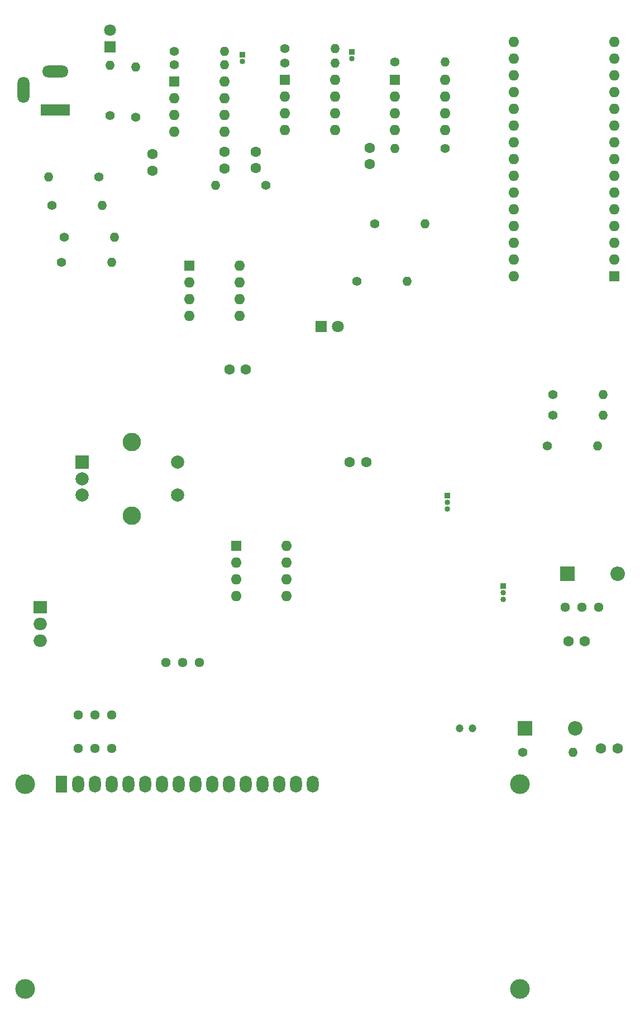
<source format=gbr>
%TF.GenerationSoftware,KiCad,Pcbnew,(5.1.12)-1*%
%TF.CreationDate,2021-12-20T08:39:49-03:00*%
%TF.ProjectId,Control,436f6e74-726f-46c2-9e6b-696361645f70,rev?*%
%TF.SameCoordinates,Original*%
%TF.FileFunction,Copper,L1,Top*%
%TF.FilePolarity,Positive*%
%FSLAX46Y46*%
G04 Gerber Fmt 4.6, Leading zero omitted, Abs format (unit mm)*
G04 Created by KiCad (PCBNEW (5.1.12)-1) date 2021-12-20 08:39:49*
%MOMM*%
%LPD*%
G01*
G04 APERTURE LIST*
%TA.AperFunction,ComponentPad*%
%ADD10O,1.600000X1.600000*%
%TD*%
%TA.AperFunction,ComponentPad*%
%ADD11R,1.600000X1.600000*%
%TD*%
%TA.AperFunction,ComponentPad*%
%ADD12C,1.600000*%
%TD*%
%TA.AperFunction,ComponentPad*%
%ADD13C,1.200000*%
%TD*%
%TA.AperFunction,ComponentPad*%
%ADD14R,2.200000X2.200000*%
%TD*%
%TA.AperFunction,ComponentPad*%
%ADD15O,2.200000X2.200000*%
%TD*%
%TA.AperFunction,ComponentPad*%
%ADD16C,1.800000*%
%TD*%
%TA.AperFunction,ComponentPad*%
%ADD17R,1.800000X1.800000*%
%TD*%
%TA.AperFunction,ComponentPad*%
%ADD18R,1.800000X2.600000*%
%TD*%
%TA.AperFunction,ComponentPad*%
%ADD19O,1.800000X2.600000*%
%TD*%
%TA.AperFunction,ComponentPad*%
%ADD20C,3.000000*%
%TD*%
%TA.AperFunction,ComponentPad*%
%ADD21O,1.800000X4.000000*%
%TD*%
%TA.AperFunction,ComponentPad*%
%ADD22O,4.000000X1.800000*%
%TD*%
%TA.AperFunction,ComponentPad*%
%ADD23R,4.400000X1.800000*%
%TD*%
%TA.AperFunction,ComponentPad*%
%ADD24R,0.850000X0.850000*%
%TD*%
%TA.AperFunction,ComponentPad*%
%ADD25O,0.850000X0.850000*%
%TD*%
%TA.AperFunction,ComponentPad*%
%ADD26C,1.440000*%
%TD*%
%TA.AperFunction,ComponentPad*%
%ADD27O,1.400000X1.400000*%
%TD*%
%TA.AperFunction,ComponentPad*%
%ADD28C,1.400000*%
%TD*%
%TA.AperFunction,ComponentPad*%
%ADD29C,2.000000*%
%TD*%
%TA.AperFunction,ComponentPad*%
%ADD30C,2.800000*%
%TD*%
%TA.AperFunction,ComponentPad*%
%ADD31R,2.000000X2.000000*%
%TD*%
%TA.AperFunction,ComponentPad*%
%ADD32R,2.000000X1.905000*%
%TD*%
%TA.AperFunction,ComponentPad*%
%ADD33O,2.000000X1.905000*%
%TD*%
G04 APERTURE END LIST*
D10*
%TO.P,U6,8*%
%TO.N,+5V*%
X76708000Y-74295000D03*
%TO.P,U6,4*%
%TO.N,GND*%
X69088000Y-81915000D03*
%TO.P,U6,7*%
%TO.N,Net-(R14-Pad1)*%
X76708000Y-76835000D03*
%TO.P,U6,3*%
%TO.N,Net-(R13-Pad1)*%
X69088000Y-79375000D03*
%TO.P,U6,6*%
%TO.N,Net-(R14-Pad1)*%
X76708000Y-79375000D03*
%TO.P,U6,2*%
%TO.N,Net-(R14-Pad2)*%
X69088000Y-76835000D03*
%TO.P,U6,5*%
%TO.N,Net-(JP3-Pad2)*%
X76708000Y-81915000D03*
D11*
%TO.P,U6,1*%
%TO.N,ADC1*%
X69088000Y-74295000D03*
%TD*%
D10*
%TO.P,U5,8*%
%TO.N,+5V*%
X83820000Y-116840000D03*
%TO.P,U5,4*%
%TO.N,GND*%
X76200000Y-124460000D03*
%TO.P,U5,7*%
%TO.N,Net-(R6-Pad1)*%
X83820000Y-119380000D03*
%TO.P,U5,3*%
%TO.N,Net-(R5-Pad1)*%
X76200000Y-121920000D03*
%TO.P,U5,6*%
%TO.N,Net-(R6-Pad1)*%
X83820000Y-121920000D03*
%TO.P,U5,2*%
%TO.N,Net-(R10-Pad1)*%
X76200000Y-119380000D03*
%TO.P,U5,5*%
%TO.N,Net-(JP1-Pad2)*%
X83820000Y-124460000D03*
D11*
%TO.P,U5,1*%
%TO.N,IN_P*%
X76200000Y-116840000D03*
%TD*%
%TO.P,A1,1*%
%TO.N,N/C*%
X133477000Y-75946000D03*
D10*
%TO.P,A1,17*%
X118237000Y-42926000D03*
%TO.P,A1,2*%
X133477000Y-73406000D03*
%TO.P,A1,18*%
X118237000Y-45466000D03*
%TO.P,A1,3*%
X133477000Y-70866000D03*
%TO.P,A1,19*%
%TO.N,ADC1*%
X118237000Y-48006000D03*
%TO.P,A1,4*%
%TO.N,GND*%
X133477000Y-68326000D03*
%TO.P,A1,20*%
%TO.N,ADC2*%
X118237000Y-50546000D03*
%TO.P,A1,5*%
%TO.N,N/C*%
X133477000Y-65786000D03*
%TO.P,A1,21*%
X118237000Y-53086000D03*
%TO.P,A1,6*%
X133477000Y-63246000D03*
%TO.P,A1,22*%
X118237000Y-55626000D03*
%TO.P,A1,7*%
X133477000Y-60706000D03*
%TO.P,A1,23*%
X118237000Y-58166000D03*
%TO.P,A1,8*%
X133477000Y-58166000D03*
%TO.P,A1,24*%
X118237000Y-60706000D03*
%TO.P,A1,9*%
X133477000Y-55626000D03*
%TO.P,A1,25*%
X118237000Y-63246000D03*
%TO.P,A1,10*%
X133477000Y-53086000D03*
%TO.P,A1,26*%
X118237000Y-65786000D03*
%TO.P,A1,11*%
X133477000Y-50546000D03*
%TO.P,A1,27*%
X118237000Y-68326000D03*
%TO.P,A1,12*%
%TO.N,Accion_de_control*%
X133477000Y-48006000D03*
%TO.P,A1,28*%
%TO.N,N/C*%
X118237000Y-70866000D03*
%TO.P,A1,13*%
X133477000Y-45466000D03*
%TO.P,A1,29*%
%TO.N,GND*%
X118237000Y-73406000D03*
%TO.P,A1,14*%
%TO.N,N/C*%
X133477000Y-42926000D03*
%TO.P,A1,30*%
%TO.N,+5V*%
X118237000Y-75946000D03*
%TO.P,A1,15*%
%TO.N,N/C*%
X133477000Y-40386000D03*
%TO.P,A1,16*%
X118237000Y-40386000D03*
%TD*%
D12*
%TO.P,C1,2*%
%TO.N,GND*%
X129035001Y-131295001D03*
%TO.P,C1,1*%
%TO.N,Net-(C1-Pad1)*%
X126535001Y-131295001D03*
%TD*%
%TO.P,C2,1*%
%TO.N,Net-(C2-Pad1)*%
X63500000Y-57404000D03*
%TO.P,C2,2*%
%TO.N,GND*%
X63500000Y-59904000D03*
%TD*%
%TO.P,C3,1*%
%TO.N,+5V*%
X75147001Y-90087001D03*
%TO.P,C3,2*%
%TO.N,GND*%
X77647001Y-90087001D03*
%TD*%
%TO.P,C4,2*%
%TO.N,GND*%
X79121000Y-59523000D03*
%TO.P,C4,1*%
%TO.N,Net-(C4-Pad1)*%
X79121000Y-57023000D03*
%TD*%
%TO.P,C5,1*%
%TO.N,ADC2*%
X93385000Y-104140000D03*
%TO.P,C5,2*%
%TO.N,GND*%
X95885000Y-104140000D03*
%TD*%
%TO.P,C6,2*%
%TO.N,GND*%
X96393000Y-56428000D03*
%TO.P,C6,1*%
%TO.N,Net-(C6-Pad1)*%
X96393000Y-58928000D03*
%TD*%
%TO.P,C7,1*%
%TO.N,Net-(C7-Pad1)*%
X131515001Y-147525001D03*
%TO.P,C7,2*%
%TO.N,GND*%
X134015001Y-147525001D03*
%TD*%
%TO.P,C8,2*%
%TO.N,GND*%
X74422000Y-59563000D03*
%TO.P,C8,1*%
%TO.N,Net-(C8-Pad1)*%
X74422000Y-57063000D03*
%TD*%
D13*
%TO.P,C9,1*%
%TO.N,+12V*%
X110045001Y-144525001D03*
%TO.P,C9,2*%
%TO.N,GND*%
X112045001Y-144525001D03*
%TD*%
D14*
%TO.P,D1,1*%
%TO.N,+5V*%
X126385001Y-121045001D03*
D15*
%TO.P,D1,2*%
%TO.N,+12V*%
X134005001Y-121045001D03*
%TD*%
D16*
%TO.P,D2,2*%
%TO.N,+12V*%
X57023000Y-38608000D03*
D17*
%TO.P,D2,1*%
%TO.N,Net-(D2-Pad1)*%
X57023000Y-41148000D03*
%TD*%
D15*
%TO.P,D3,2*%
%TO.N,+5V*%
X127615001Y-144475001D03*
D14*
%TO.P,D3,1*%
%TO.N,Net-(C1-Pad1)*%
X119995001Y-144475001D03*
%TD*%
D17*
%TO.P,D4,1*%
%TO.N,Net-(D4-Pad1)*%
X89027000Y-83566000D03*
D16*
%TO.P,D4,2*%
%TO.N,OUT_P*%
X91567000Y-83566000D03*
%TD*%
D18*
%TO.P,DS1,1*%
%TO.N,GND*%
X49695100Y-153022300D03*
D19*
%TO.P,DS1,2*%
%TO.N,+5V*%
X52235100Y-153022300D03*
%TO.P,DS1,3*%
%TO.N,Net-(DS1-Pad3)*%
X54775100Y-153022300D03*
%TO.P,DS1,4*%
%TO.N,N/C*%
X57315100Y-153022300D03*
%TO.P,DS1,5*%
%TO.N,GND*%
X59855100Y-153022300D03*
%TO.P,DS1,6*%
%TO.N,N/C*%
X62395100Y-153022300D03*
%TO.P,DS1,7*%
X64935100Y-153022300D03*
%TO.P,DS1,8*%
X67475100Y-153022300D03*
%TO.P,DS1,9*%
X70015100Y-153022300D03*
%TO.P,DS1,10*%
X72555100Y-153022300D03*
%TO.P,DS1,11*%
X75095100Y-153022300D03*
%TO.P,DS1,12*%
X77635100Y-153022300D03*
%TO.P,DS1,13*%
X80175100Y-153022300D03*
%TO.P,DS1,14*%
X82715100Y-153022300D03*
%TO.P,DS1,15*%
%TO.N,+5V*%
X85255100Y-153022300D03*
%TO.P,DS1,16*%
%TO.N,GND*%
X87795100Y-153022300D03*
D20*
%TO.P,DS1,*%
%TO.N,*%
X44196000Y-153022300D03*
X44196000Y-184023000D03*
X119194580Y-184023000D03*
X119195100Y-153022300D03*
%TD*%
D21*
%TO.P,J1,3*%
%TO.N,GND*%
X43968000Y-47673000D03*
D22*
%TO.P,J1,2*%
X48768000Y-44873000D03*
D23*
%TO.P,J1,1*%
%TO.N,+12V*%
X48768000Y-50673000D03*
%TD*%
D24*
%TO.P,JP1,1*%
%TO.N,Net-(JP1-Pad1)*%
X116635001Y-122925001D03*
D25*
%TO.P,JP1,2*%
%TO.N,Net-(JP1-Pad2)*%
X116635001Y-123925001D03*
%TO.P,JP1,3*%
%TO.N,GND*%
X116635001Y-124925001D03*
%TD*%
%TO.P,JP2,2*%
%TO.N,Net-(C4-Pad1)*%
X77089000Y-43307000D03*
D24*
%TO.P,JP2,1*%
%TO.N,Net-(JP2-Pad1)*%
X77089000Y-42307000D03*
%TD*%
D25*
%TO.P,JP3,3*%
%TO.N,GND*%
X108218001Y-111225001D03*
%TO.P,JP3,2*%
%TO.N,Net-(JP3-Pad2)*%
X108218001Y-110225001D03*
D24*
%TO.P,JP3,1*%
%TO.N,Net-(JP3-Pad1)*%
X108218001Y-109225001D03*
%TD*%
%TO.P,JP4,1*%
%TO.N,Net-(JP4-Pad1)*%
X93726000Y-41910000D03*
D25*
%TO.P,JP4,2*%
%TO.N,ADC2*%
X93726000Y-42910000D03*
%TD*%
D26*
%TO.P,R1,3*%
%TO.N,N/C*%
X65532000Y-134493000D03*
%TO.P,R1,2*%
%TO.N,GND*%
X68072000Y-134493000D03*
%TO.P,R1,1*%
%TO.N,Net-(C1-Pad1)*%
X70612000Y-134493000D03*
%TD*%
D27*
%TO.P,R2,2*%
%TO.N,Net-(D2-Pad1)*%
X57023000Y-43942000D03*
D28*
%TO.P,R2,1*%
%TO.N,GND*%
X57023000Y-51562000D03*
%TD*%
%TO.P,R3,1*%
%TO.N,+5V*%
X119595001Y-148175001D03*
D27*
%TO.P,R3,2*%
%TO.N,Net-(C1-Pad1)*%
X127215001Y-148175001D03*
%TD*%
D28*
%TO.P,R4,1*%
%TO.N,IN_P*%
X60960000Y-51816000D03*
D27*
%TO.P,R4,2*%
%TO.N,Net-(C2-Pad1)*%
X60960000Y-44196000D03*
%TD*%
D28*
%TO.P,R5,1*%
%TO.N,Net-(R5-Pad1)*%
X48260000Y-65151000D03*
D27*
%TO.P,R5,2*%
%TO.N,Accion_de_control*%
X55880000Y-65151000D03*
%TD*%
D28*
%TO.P,R6,1*%
%TO.N,Net-(R6-Pad1)*%
X49689001Y-73830001D03*
D27*
%TO.P,R6,2*%
%TO.N,Net-(R10-Pad1)*%
X57309001Y-73830001D03*
%TD*%
%TO.P,R7,2*%
%TO.N,Net-(R5-Pad1)*%
X47752000Y-60833000D03*
D28*
%TO.P,R7,1*%
%TO.N,GND*%
X55372000Y-60833000D03*
%TD*%
D27*
%TO.P,R8,2*%
%TO.N,Net-(JP2-Pad1)*%
X74422000Y-41783000D03*
D28*
%TO.P,R8,1*%
%TO.N,Net-(R8-Pad1)*%
X66802000Y-41783000D03*
%TD*%
%TO.P,R9,1*%
%TO.N,Net-(R8-Pad1)*%
X66802000Y-43815000D03*
D27*
%TO.P,R9,2*%
%TO.N,Net-(C4-Pad1)*%
X74422000Y-43815000D03*
%TD*%
%TO.P,R10,2*%
%TO.N,IN_P*%
X57719001Y-69970001D03*
D28*
%TO.P,R10,1*%
%TO.N,Net-(R10-Pad1)*%
X50099001Y-69970001D03*
%TD*%
%TO.P,R11,1*%
%TO.N,Net-(R11-Pad1)*%
X83566000Y-41402000D03*
D27*
%TO.P,R11,2*%
%TO.N,Net-(JP4-Pad1)*%
X91186000Y-41402000D03*
%TD*%
%TO.P,R12,2*%
%TO.N,ADC2*%
X91186000Y-43561000D03*
D28*
%TO.P,R12,1*%
%TO.N,Net-(R11-Pad1)*%
X83566000Y-43561000D03*
%TD*%
D26*
%TO.P,RV1,1*%
%TO.N,GND*%
X57277000Y-142494000D03*
%TO.P,RV1,2*%
%TO.N,Net-(JP1-Pad1)*%
X54737000Y-142494000D03*
%TO.P,RV1,3*%
%TO.N,+5V*%
X52197000Y-142494000D03*
%TD*%
%TO.P,RV2,1*%
%TO.N,GND*%
X131185001Y-126145001D03*
%TO.P,RV2,2*%
%TO.N,Net-(JP3-Pad1)*%
X128645001Y-126145001D03*
%TO.P,RV2,3*%
%TO.N,+5V*%
X126105001Y-126145001D03*
%TD*%
D29*
%TO.P,SW1,S2*%
%TO.N,N/C*%
X67332000Y-109140000D03*
%TO.P,SW1,S1*%
X67332000Y-104140000D03*
D30*
%TO.P,SW1,MP*%
X60332000Y-112240000D03*
X60332000Y-101040000D03*
D29*
%TO.P,SW1,B*%
X52832000Y-109140000D03*
%TO.P,SW1,C*%
X52832000Y-106640000D03*
D31*
%TO.P,SW1,A*%
X52832000Y-104140000D03*
%TD*%
D10*
%TO.P,U1,8*%
%TO.N,+12V*%
X74422000Y-46355000D03*
%TO.P,U1,4*%
%TO.N,GND*%
X66802000Y-53975000D03*
%TO.P,U1,7*%
%TO.N,OUT_P*%
X74422000Y-48895000D03*
%TO.P,U1,3*%
%TO.N,Net-(C2-Pad1)*%
X66802000Y-51435000D03*
%TO.P,U1,6*%
%TO.N,OUT_P*%
X74422000Y-51435000D03*
%TO.P,U1,2*%
%TO.N,Net-(R8-Pad1)*%
X66802000Y-48895000D03*
%TO.P,U1,5*%
%TO.N,Net-(C8-Pad1)*%
X74422000Y-53975000D03*
D11*
%TO.P,U1,1*%
%TO.N,Net-(R8-Pad1)*%
X66802000Y-46355000D03*
%TD*%
%TO.P,U2,1*%
%TO.N,Net-(R11-Pad1)*%
X83566000Y-46101000D03*
D10*
%TO.P,U2,5*%
%TO.N,Net-(C7-Pad1)*%
X91186000Y-53721000D03*
%TO.P,U2,2*%
%TO.N,Net-(R11-Pad1)*%
X83566000Y-48641000D03*
%TO.P,U2,6*%
%TO.N,Net-(R19-Pad1)*%
X91186000Y-51181000D03*
%TO.P,U2,3*%
%TO.N,Net-(C4-Pad1)*%
X83566000Y-51181000D03*
%TO.P,U2,7*%
%TO.N,Net-(R19-Pad1)*%
X91186000Y-48641000D03*
%TO.P,U2,4*%
%TO.N,GND*%
X83566000Y-53721000D03*
%TO.P,U2,8*%
%TO.N,+12V*%
X91186000Y-46101000D03*
%TD*%
D11*
%TO.P,U3,1*%
%TO.N,Net-(R15-Pad1)*%
X100203000Y-46101000D03*
D10*
%TO.P,U3,5*%
%TO.N,Net-(C6-Pad1)*%
X107823000Y-53721000D03*
%TO.P,U3,2*%
%TO.N,Net-(R15-Pad1)*%
X100203000Y-48641000D03*
%TO.P,U3,6*%
%TO.N,Net-(R18-Pad1)*%
X107823000Y-51181000D03*
%TO.P,U3,3*%
%TO.N,ADC2*%
X100203000Y-51181000D03*
%TO.P,U3,7*%
%TO.N,Net-(R18-Pad1)*%
X107823000Y-48641000D03*
%TO.P,U3,4*%
%TO.N,GND*%
X100203000Y-53721000D03*
%TO.P,U3,8*%
%TO.N,+12V*%
X107823000Y-46101000D03*
%TD*%
D26*
%TO.P,RV3,1*%
%TO.N,GND*%
X57277000Y-147574000D03*
%TO.P,RV3,2*%
%TO.N,Net-(DS1-Pad3)*%
X54737000Y-147574000D03*
%TO.P,RV3,3*%
%TO.N,+5V*%
X52197000Y-147574000D03*
%TD*%
D32*
%TO.P,U4,1*%
%TO.N,Net-(C1-Pad1)*%
X46482000Y-126111000D03*
D33*
%TO.P,U4,2*%
%TO.N,+5V*%
X46482000Y-128651000D03*
%TO.P,U4,3*%
%TO.N,+12V*%
X46482000Y-131191000D03*
%TD*%
D28*
%TO.P,R13,1*%
%TO.N,Net-(R13-Pad1)*%
X97155000Y-67945000D03*
D27*
%TO.P,R13,2*%
%TO.N,OUT_P*%
X104775000Y-67945000D03*
%TD*%
%TO.P,R14,2*%
%TO.N,Net-(R14-Pad2)*%
X131858001Y-96999001D03*
D28*
%TO.P,R14,1*%
%TO.N,Net-(R14-Pad1)*%
X124238001Y-96999001D03*
%TD*%
%TO.P,R15,1*%
%TO.N,Net-(R15-Pad1)*%
X100203000Y-43434000D03*
D27*
%TO.P,R15,2*%
%TO.N,Net-(C6-Pad1)*%
X107823000Y-43434000D03*
%TD*%
%TO.P,R16,2*%
%TO.N,Net-(R13-Pad1)*%
X131858001Y-93849001D03*
D28*
%TO.P,R16,1*%
%TO.N,GND*%
X124238001Y-93849001D03*
%TD*%
D27*
%TO.P,R17,2*%
%TO.N,ADC1*%
X130978001Y-101699001D03*
D28*
%TO.P,R17,1*%
%TO.N,Net-(R14-Pad2)*%
X123358001Y-101699001D03*
%TD*%
%TO.P,R18,1*%
%TO.N,Net-(R18-Pad1)*%
X107823000Y-56515000D03*
D27*
%TO.P,R18,2*%
%TO.N,Net-(C7-Pad1)*%
X100203000Y-56515000D03*
%TD*%
%TO.P,R19,2*%
%TO.N,Net-(C8-Pad1)*%
X73025000Y-62103000D03*
D28*
%TO.P,R19,1*%
%TO.N,Net-(R19-Pad1)*%
X80645000Y-62103000D03*
%TD*%
%TO.P,R20,1*%
%TO.N,Net-(D4-Pad1)*%
X94488000Y-76708000D03*
D27*
%TO.P,R20,2*%
%TO.N,GND*%
X102108000Y-76708000D03*
%TD*%
M02*

</source>
